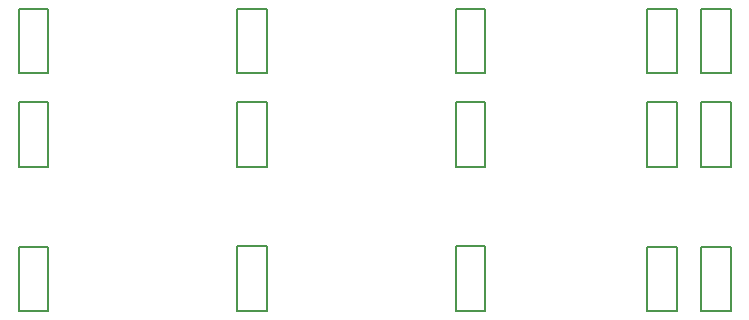
<source format=gbr>
G04 #@! TF.FileFunction,Other,User*
%FSLAX46Y46*%
G04 Gerber Fmt 4.6, Leading zero omitted, Abs format (unit mm)*
G04 Created by KiCad (PCBNEW 4.0.1-stable) date Sunday, May 29, 2016 'PMt' 06:37:48 PM*
%MOMM*%
G01*
G04 APERTURE LIST*
%ADD10C,0.100000*%
%ADD11C,0.150000*%
G04 APERTURE END LIST*
D10*
D11*
X15750000Y-12225000D02*
X18250000Y-12225000D01*
X18250000Y-12225000D02*
X18250000Y-17725000D01*
X18250000Y-17725000D02*
X15750000Y-17725000D01*
X15750000Y-17725000D02*
X15750000Y-12225000D01*
X34250000Y-12225000D02*
X36750000Y-12225000D01*
X36750000Y-12225000D02*
X36750000Y-17725000D01*
X36750000Y-17725000D02*
X34250000Y-17725000D01*
X34250000Y-17725000D02*
X34250000Y-12225000D01*
X52750000Y-12225000D02*
X55250000Y-12225000D01*
X55250000Y-12225000D02*
X55250000Y-17725000D01*
X55250000Y-17725000D02*
X52750000Y-17725000D01*
X52750000Y-17725000D02*
X52750000Y-12225000D01*
X68950000Y-12225000D02*
X71450000Y-12225000D01*
X71450000Y-12225000D02*
X71450000Y-17725000D01*
X71450000Y-17725000D02*
X68950000Y-17725000D01*
X68950000Y-17725000D02*
X68950000Y-12225000D01*
X73550000Y-12225000D02*
X76050000Y-12225000D01*
X76050000Y-12225000D02*
X76050000Y-17725000D01*
X76050000Y-17725000D02*
X73550000Y-17725000D01*
X73550000Y-17725000D02*
X73550000Y-12225000D01*
X15750000Y-20150000D02*
X18250000Y-20150000D01*
X18250000Y-20150000D02*
X18250000Y-25650000D01*
X18250000Y-25650000D02*
X15750000Y-25650000D01*
X15750000Y-25650000D02*
X15750000Y-20150000D01*
X34250000Y-20125000D02*
X36750000Y-20125000D01*
X36750000Y-20125000D02*
X36750000Y-25625000D01*
X36750000Y-25625000D02*
X34250000Y-25625000D01*
X34250000Y-25625000D02*
X34250000Y-20125000D01*
X52750000Y-20125000D02*
X55250000Y-20125000D01*
X55250000Y-20125000D02*
X55250000Y-25625000D01*
X55250000Y-25625000D02*
X52750000Y-25625000D01*
X52750000Y-25625000D02*
X52750000Y-20125000D01*
X68950000Y-20150000D02*
X71450000Y-20150000D01*
X71450000Y-20150000D02*
X71450000Y-25650000D01*
X71450000Y-25650000D02*
X68950000Y-25650000D01*
X68950000Y-25650000D02*
X68950000Y-20150000D01*
X73550000Y-20125000D02*
X76050000Y-20125000D01*
X76050000Y-20125000D02*
X76050000Y-25625000D01*
X76050000Y-25625000D02*
X73550000Y-25625000D01*
X73550000Y-25625000D02*
X73550000Y-20125000D01*
X18250000Y-37875000D02*
X15750000Y-37875000D01*
X15750000Y-37875000D02*
X15750000Y-32375000D01*
X15750000Y-32375000D02*
X18250000Y-32375000D01*
X18250000Y-32375000D02*
X18250000Y-37875000D01*
X36750000Y-37850000D02*
X34250000Y-37850000D01*
X34250000Y-37850000D02*
X34250000Y-32350000D01*
X34250000Y-32350000D02*
X36750000Y-32350000D01*
X36750000Y-32350000D02*
X36750000Y-37850000D01*
X55250000Y-37850000D02*
X52750000Y-37850000D01*
X52750000Y-37850000D02*
X52750000Y-32350000D01*
X52750000Y-32350000D02*
X55250000Y-32350000D01*
X55250000Y-32350000D02*
X55250000Y-37850000D01*
X71450000Y-37875000D02*
X68950000Y-37875000D01*
X68950000Y-37875000D02*
X68950000Y-32375000D01*
X68950000Y-32375000D02*
X71450000Y-32375000D01*
X71450000Y-32375000D02*
X71450000Y-37875000D01*
X76050000Y-37875000D02*
X73550000Y-37875000D01*
X73550000Y-37875000D02*
X73550000Y-32375000D01*
X73550000Y-32375000D02*
X76050000Y-32375000D01*
X76050000Y-32375000D02*
X76050000Y-37875000D01*
M02*

</source>
